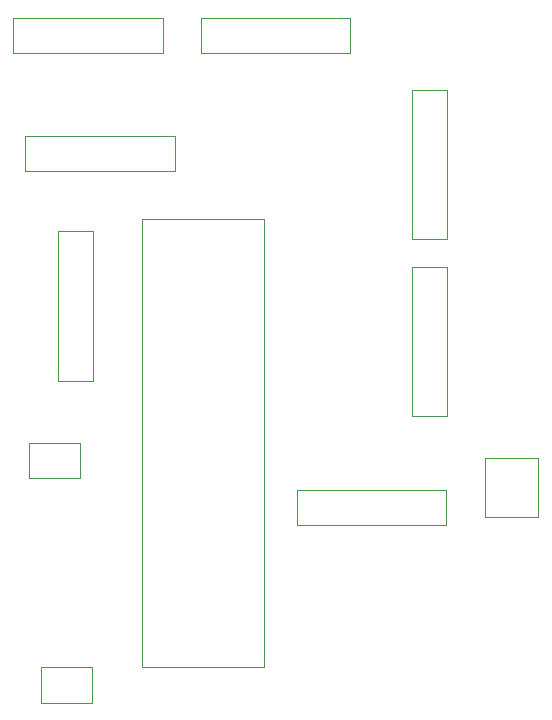
<source format=gbr>
G04 #@! TF.FileFunction,Other,User*
%FSLAX46Y46*%
G04 Gerber Fmt 4.6, Leading zero omitted, Abs format (unit mm)*
G04 Created by KiCad (PCBNEW 4.0.2+dfsg1-stable) date on. 29. nov. 2017 kl. 15.41 +0100*
%MOMM*%
G01*
G04 APERTURE LIST*
%ADD10C,0.100000*%
%ADD11C,0.050000*%
G04 APERTURE END LIST*
D10*
D11*
X95100000Y-113500000D02*
X99400000Y-113500000D01*
X99400000Y-113500000D02*
X99400000Y-116500000D01*
X99400000Y-116500000D02*
X95100000Y-116500000D01*
X95100000Y-116500000D02*
X95100000Y-113500000D01*
X98400000Y-97500000D02*
X94100000Y-97500000D01*
X94100000Y-97500000D02*
X94100000Y-94500000D01*
X94100000Y-94500000D02*
X98400000Y-94500000D01*
X98400000Y-94500000D02*
X98400000Y-97500000D01*
X132700000Y-95800000D02*
X132700000Y-100800000D01*
X132700000Y-100800000D02*
X137200000Y-100800000D01*
X137200000Y-100800000D02*
X137200000Y-95800000D01*
X137200000Y-95800000D02*
X132700000Y-95800000D01*
X103600000Y-75550000D02*
X103600000Y-113500000D01*
X114000000Y-75550000D02*
X114000000Y-113500000D01*
X103600000Y-75550000D02*
X114000000Y-75550000D01*
X103600000Y-113500000D02*
X114000000Y-113500000D01*
X126500000Y-92250000D02*
X126500000Y-79600000D01*
X129500000Y-92250000D02*
X126500000Y-92250000D01*
X126500000Y-79600000D02*
X129500000Y-79600000D01*
X129500000Y-92250000D02*
X129500000Y-79600000D01*
X126500000Y-77250000D02*
X126500000Y-64600000D01*
X129500000Y-77250000D02*
X126500000Y-77250000D01*
X126500000Y-64600000D02*
X129500000Y-64600000D01*
X129500000Y-77250000D02*
X129500000Y-64600000D01*
X93750000Y-68500000D02*
X106400000Y-68500000D01*
X93750000Y-71500000D02*
X93750000Y-68500000D01*
X106400000Y-68500000D02*
X106400000Y-71500000D01*
X93750000Y-71500000D02*
X106400000Y-71500000D01*
X116750000Y-98500000D02*
X129400000Y-98500000D01*
X116750000Y-101500000D02*
X116750000Y-98500000D01*
X129400000Y-98500000D02*
X129400000Y-101500000D01*
X116750000Y-101500000D02*
X129400000Y-101500000D01*
X121250000Y-61500000D02*
X108600000Y-61500000D01*
X121250000Y-58500000D02*
X121250000Y-61500000D01*
X108600000Y-61500000D02*
X108600000Y-58500000D01*
X121250000Y-58500000D02*
X108600000Y-58500000D01*
X92750000Y-58500000D02*
X105400000Y-58500000D01*
X92750000Y-61500000D02*
X92750000Y-58500000D01*
X105400000Y-58500000D02*
X105400000Y-61500000D01*
X92750000Y-61500000D02*
X105400000Y-61500000D01*
X96500000Y-89250000D02*
X96500000Y-76600000D01*
X99500000Y-89250000D02*
X96500000Y-89250000D01*
X96500000Y-76600000D02*
X99500000Y-76600000D01*
X99500000Y-89250000D02*
X99500000Y-76600000D01*
M02*

</source>
